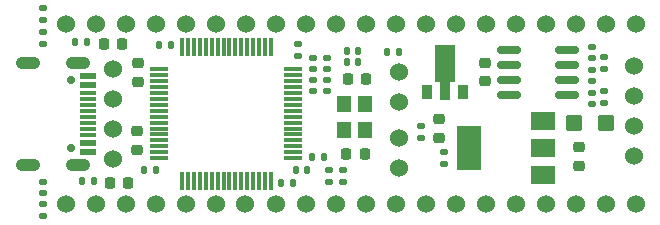
<source format=gts>
G04 #@! TF.GenerationSoftware,KiCad,Pcbnew,(6.0.7-1)-1*
G04 #@! TF.CreationDate,2023-01-23T09:01:32-05:00*
G04 #@! TF.ProjectId,F405_pill,46343035-5f70-4696-9c6c-2e6b69636164,rev?*
G04 #@! TF.SameCoordinates,Original*
G04 #@! TF.FileFunction,Soldermask,Top*
G04 #@! TF.FilePolarity,Negative*
%FSLAX46Y46*%
G04 Gerber Fmt 4.6, Leading zero omitted, Abs format (unit mm)*
G04 Created by KiCad (PCBNEW (6.0.7-1)-1) date 2023-01-23 09:01:32*
%MOMM*%
%LPD*%
G01*
G04 APERTURE LIST*
G04 Aperture macros list*
%AMRoundRect*
0 Rectangle with rounded corners*
0 $1 Rounding radius*
0 $2 $3 $4 $5 $6 $7 $8 $9 X,Y pos of 4 corners*
0 Add a 4 corners polygon primitive as box body*
4,1,4,$2,$3,$4,$5,$6,$7,$8,$9,$2,$3,0*
0 Add four circle primitives for the rounded corners*
1,1,$1+$1,$2,$3*
1,1,$1+$1,$4,$5*
1,1,$1+$1,$6,$7*
1,1,$1+$1,$8,$9*
0 Add four rect primitives between the rounded corners*
20,1,$1+$1,$2,$3,$4,$5,0*
20,1,$1+$1,$4,$5,$6,$7,0*
20,1,$1+$1,$6,$7,$8,$9,0*
20,1,$1+$1,$8,$9,$2,$3,0*%
%AMFreePoly0*
4,1,9,3.862500,-0.866500,0.737500,-0.866500,0.737500,-0.450000,-0.737500,-0.450000,-0.737500,0.450000,0.737500,0.450000,0.737500,0.866500,3.862500,0.866500,3.862500,-0.866500,3.862500,-0.866500,$1*%
G04 Aperture macros list end*
%ADD10RoundRect,0.135000X0.185000X-0.135000X0.185000X0.135000X-0.185000X0.135000X-0.185000X-0.135000X0*%
%ADD11RoundRect,0.225000X0.250000X-0.225000X0.250000X0.225000X-0.250000X0.225000X-0.250000X-0.225000X0*%
%ADD12RoundRect,0.225000X-0.250000X0.225000X-0.250000X-0.225000X0.250000X-0.225000X0.250000X0.225000X0*%
%ADD13RoundRect,0.140000X0.140000X0.170000X-0.140000X0.170000X-0.140000X-0.170000X0.140000X-0.170000X0*%
%ADD14RoundRect,0.135000X-0.135000X-0.185000X0.135000X-0.185000X0.135000X0.185000X-0.135000X0.185000X0*%
%ADD15RoundRect,0.218750X-0.218750X-0.256250X0.218750X-0.256250X0.218750X0.256250X-0.218750X0.256250X0*%
%ADD16R,2.000000X1.500000*%
%ADD17R,2.000000X3.800000*%
%ADD18RoundRect,0.140000X0.170000X-0.140000X0.170000X0.140000X-0.170000X0.140000X-0.170000X-0.140000X0*%
%ADD19C,1.524000*%
%ADD20R,1.200000X1.400000*%
%ADD21RoundRect,0.225000X-0.225000X-0.250000X0.225000X-0.250000X0.225000X0.250000X-0.225000X0.250000X0*%
%ADD22RoundRect,0.140000X-0.170000X0.140000X-0.170000X-0.140000X0.170000X-0.140000X0.170000X0.140000X0*%
%ADD23RoundRect,0.140000X-0.140000X-0.170000X0.140000X-0.170000X0.140000X0.170000X-0.140000X0.170000X0*%
%ADD24RoundRect,0.250000X-0.450000X-0.425000X0.450000X-0.425000X0.450000X0.425000X-0.450000X0.425000X0*%
%ADD25C,0.700000*%
%ADD26R,1.450000X0.600000*%
%ADD27R,1.450000X0.300000*%
%ADD28O,2.100000X1.050000*%
%ADD29RoundRect,0.135000X-0.185000X0.135000X-0.185000X-0.135000X0.185000X-0.135000X0.185000X0.135000X0*%
%ADD30RoundRect,0.218750X0.256250X-0.218750X0.256250X0.218750X-0.256250X0.218750X-0.256250X-0.218750X0*%
%ADD31RoundRect,0.075000X0.700000X0.075000X-0.700000X0.075000X-0.700000X-0.075000X0.700000X-0.075000X0*%
%ADD32RoundRect,0.075000X0.075000X0.700000X-0.075000X0.700000X-0.075000X-0.700000X0.075000X-0.700000X0*%
%ADD33R,0.900000X1.300000*%
%ADD34FreePoly0,90.000000*%
%ADD35RoundRect,0.225000X0.225000X0.250000X-0.225000X0.250000X-0.225000X-0.250000X0.225000X-0.250000X0*%
%ADD36RoundRect,0.147500X-0.172500X0.147500X-0.172500X-0.147500X0.172500X-0.147500X0.172500X0.147500X0*%
%ADD37RoundRect,0.150000X-0.825000X-0.150000X0.825000X-0.150000X0.825000X0.150000X-0.825000X0.150000X0*%
G04 APERTURE END LIST*
D10*
X130900000Y-88966000D03*
X130900000Y-87946000D03*
D11*
X104901000Y-87713000D03*
X104901000Y-86163000D03*
D12*
X105007000Y-80412000D03*
X105007000Y-81962000D03*
D13*
X106490000Y-89400000D03*
X105530000Y-89400000D03*
X107780000Y-78860000D03*
X106820000Y-78860000D03*
D14*
X126070000Y-79430000D03*
X127090000Y-79430000D03*
D15*
X102112500Y-78800000D03*
X103687500Y-78800000D03*
D16*
X139300000Y-89900000D03*
D17*
X133000000Y-87600000D03*
D16*
X139300000Y-87600000D03*
X139300000Y-85300000D03*
D18*
X96940000Y-91380000D03*
X96940000Y-90420000D03*
D19*
X146982000Y-88222000D03*
X146982000Y-85682000D03*
X146982000Y-83142000D03*
X146982000Y-80602000D03*
D20*
X124180000Y-86033000D03*
X124180000Y-83833000D03*
X122480000Y-83833000D03*
X122480000Y-86033000D03*
D19*
X127090000Y-81120000D03*
X127090000Y-83660000D03*
D18*
X119860000Y-80890000D03*
X119860000Y-79930000D03*
X118514000Y-79763000D03*
X118514000Y-78803000D03*
D21*
X122766000Y-81758000D03*
X124316000Y-81758000D03*
D10*
X128960000Y-86730000D03*
X128960000Y-85710000D03*
D22*
X119858000Y-81814000D03*
X119858000Y-82774000D03*
D23*
X119750000Y-88330000D03*
X120710000Y-88330000D03*
D24*
X141950000Y-85500000D03*
X144650000Y-85500000D03*
D11*
X134350000Y-81925000D03*
X134350000Y-80375000D03*
D25*
X99350000Y-81810000D03*
X99350000Y-87590000D03*
D26*
X100795000Y-81450000D03*
X100795000Y-82250000D03*
D27*
X100795000Y-83450000D03*
X100795000Y-84450000D03*
X100795000Y-84950000D03*
X100795000Y-85950000D03*
D26*
X100795000Y-87950000D03*
X100795000Y-87150000D03*
D27*
X100795000Y-86450000D03*
X100795000Y-85450000D03*
X100795000Y-83950000D03*
X100795000Y-82950000D03*
D28*
X99880000Y-80380000D03*
X99880000Y-89020000D03*
X95700000Y-80380000D03*
X95700000Y-89020000D03*
D29*
X96930000Y-92350000D03*
X96930000Y-93370000D03*
D22*
X121000000Y-81820000D03*
X121000000Y-82780000D03*
D10*
X96975000Y-78810000D03*
X96975000Y-77790000D03*
D23*
X117150000Y-90500000D03*
X118110000Y-90500000D03*
D30*
X130500000Y-86687500D03*
X130500000Y-85112500D03*
D31*
X118167000Y-88429000D03*
X118167000Y-87929000D03*
X118167000Y-87429000D03*
X118167000Y-86929000D03*
X118167000Y-86429000D03*
X118167000Y-85929000D03*
X118167000Y-85429000D03*
X118167000Y-84929000D03*
X118167000Y-84429000D03*
X118167000Y-83929000D03*
X118167000Y-83429000D03*
X118167000Y-82929000D03*
X118167000Y-82429000D03*
X118167000Y-81929000D03*
X118167000Y-81429000D03*
X118167000Y-80929000D03*
D32*
X116242000Y-79004000D03*
X115742000Y-79004000D03*
X115242000Y-79004000D03*
X114742000Y-79004000D03*
X114242000Y-79004000D03*
X113742000Y-79004000D03*
X113242000Y-79004000D03*
X112742000Y-79004000D03*
X112242000Y-79004000D03*
X111742000Y-79004000D03*
X111242000Y-79004000D03*
X110742000Y-79004000D03*
X110242000Y-79004000D03*
X109742000Y-79004000D03*
X109242000Y-79004000D03*
X108742000Y-79004000D03*
D31*
X106817000Y-80929000D03*
X106817000Y-81429000D03*
X106817000Y-81929000D03*
X106817000Y-82429000D03*
X106817000Y-82929000D03*
X106817000Y-83429000D03*
X106817000Y-83929000D03*
X106817000Y-84429000D03*
X106817000Y-84929000D03*
X106817000Y-85429000D03*
X106817000Y-85929000D03*
X106817000Y-86429000D03*
X106817000Y-86929000D03*
X106817000Y-87429000D03*
X106817000Y-87929000D03*
X106817000Y-88429000D03*
D32*
X108742000Y-90354000D03*
X109242000Y-90354000D03*
X109742000Y-90354000D03*
X110242000Y-90354000D03*
X110742000Y-90354000D03*
X111242000Y-90354000D03*
X111742000Y-90354000D03*
X112242000Y-90354000D03*
X112742000Y-90354000D03*
X113242000Y-90354000D03*
X113742000Y-90354000D03*
X114242000Y-90354000D03*
X114742000Y-90354000D03*
X115242000Y-90354000D03*
X115742000Y-90354000D03*
X116242000Y-90354000D03*
D33*
X129500000Y-82850000D03*
D34*
X131000000Y-82762500D03*
D33*
X132500000Y-82850000D03*
D10*
X97000000Y-76735000D03*
X97000000Y-75715000D03*
D23*
X122700000Y-79350000D03*
X123660000Y-79350000D03*
D18*
X143400000Y-79980000D03*
X143400000Y-79020000D03*
D10*
X144450000Y-83770000D03*
X144450000Y-82750000D03*
D35*
X124189000Y-88108000D03*
X122639000Y-88108000D03*
D19*
X127090000Y-89310000D03*
X127090000Y-86770000D03*
D36*
X121000000Y-79915000D03*
X121000000Y-80885000D03*
D19*
X147147000Y-77057000D03*
X144607000Y-77057000D03*
X142067000Y-77057000D03*
X139527000Y-77057000D03*
X136987000Y-77057000D03*
X134447000Y-77057000D03*
X131907000Y-77057000D03*
X129367000Y-77057000D03*
X126827000Y-77057000D03*
X124287000Y-77057000D03*
X121747000Y-77057000D03*
X119207000Y-77057000D03*
X116667000Y-77057000D03*
X114127000Y-77057000D03*
X111587000Y-77057000D03*
X109047000Y-77057000D03*
X106507000Y-77057000D03*
X103967000Y-77057000D03*
X101427000Y-77057000D03*
X98887000Y-77057000D03*
X98887000Y-92297000D03*
X101427000Y-92297000D03*
X103967000Y-92297000D03*
X106507000Y-92297000D03*
X109047000Y-92297000D03*
X111587000Y-92297000D03*
X114103395Y-92306993D03*
X116667000Y-92297000D03*
X119207000Y-92297000D03*
X121747000Y-92297000D03*
X124287000Y-92297000D03*
X126827000Y-92297000D03*
X129367000Y-92297000D03*
X131907000Y-92297000D03*
X134447000Y-92297000D03*
X136987000Y-92297000D03*
X139527000Y-92297000D03*
X142067000Y-92297000D03*
X144607000Y-92297000D03*
X147147000Y-92297000D03*
D10*
X121200000Y-90460000D03*
X121200000Y-89440000D03*
X122400000Y-90460000D03*
X122400000Y-89440000D03*
D19*
X102882000Y-80860000D03*
X102882000Y-83400000D03*
X102882000Y-85940000D03*
X102882000Y-88480000D03*
D23*
X122710000Y-80330000D03*
X123670000Y-80330000D03*
X118370000Y-89420000D03*
X119330000Y-89420000D03*
D37*
X136375000Y-79295000D03*
X136375000Y-80565000D03*
X136375000Y-81835000D03*
X136375000Y-83105000D03*
X141325000Y-83105000D03*
X141325000Y-81835000D03*
X141325000Y-80565000D03*
X141325000Y-79295000D03*
D14*
X99680000Y-78640000D03*
X100700000Y-78640000D03*
D22*
X143400000Y-80970000D03*
X143400000Y-81930000D03*
D15*
X102612500Y-90500000D03*
X104187500Y-90500000D03*
D12*
X142300000Y-87525000D03*
X142300000Y-89075000D03*
D18*
X143400000Y-83880000D03*
X143400000Y-82920000D03*
D14*
X100290000Y-90400000D03*
X101310000Y-90400000D03*
D10*
X144450000Y-80910000D03*
X144450000Y-79890000D03*
M02*

</source>
